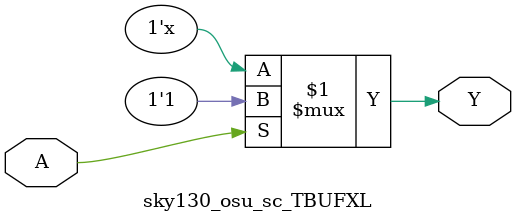
<source format=v>
`timescale 1ns/10ps
`celldefine
module sky130_osu_sc_TBUFXL (Y, A);
	output Y;
	input A;

	// Function
	bufif1 (Y, 1'b1, A);

	// Timing
	specify
		(A => Y) = 0;
		(negedge A => (Y:1)) = 0;
	endspecify
endmodule
`endcelldefine


</source>
